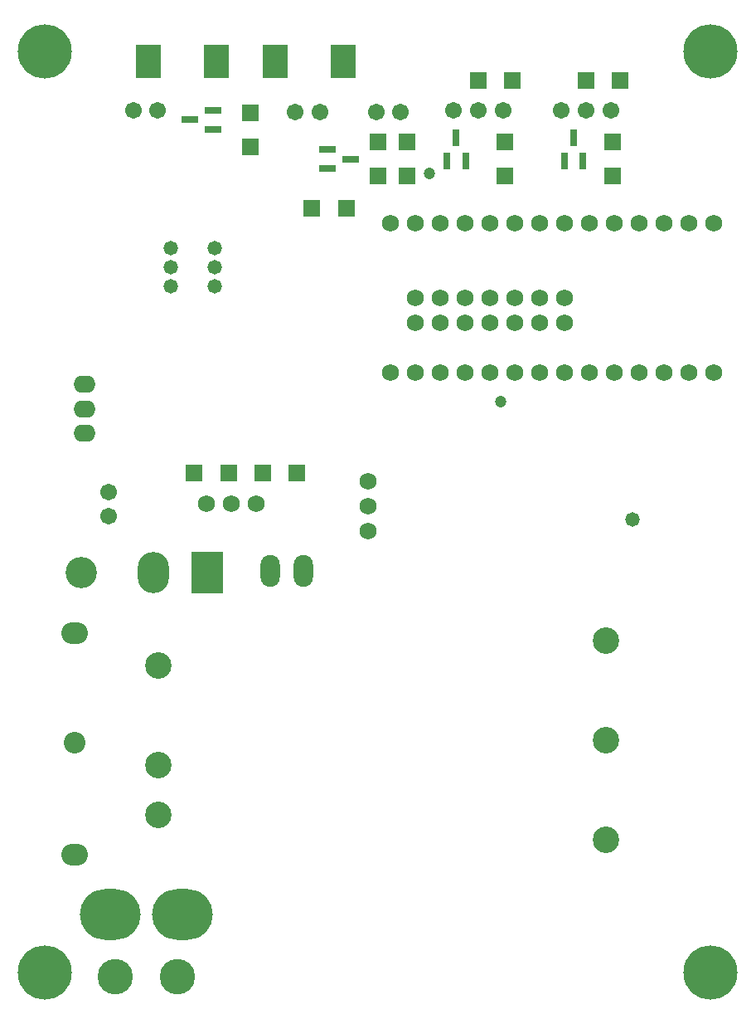
<source format=gbs>
G04 Layer_Color=16711935*
%FSLAX25Y25*%
%MOIN*%
G70*
G01*
G75*
%ADD47R,0.06706X0.06706*%
%ADD49R,0.06706X0.06706*%
%ADD51R,0.03162X0.06509*%
%ADD53C,0.21745*%
%ADD54C,0.06800*%
%ADD55O,0.24422X0.20485*%
%ADD56C,0.14186*%
%ADD57O,0.08800X0.06800*%
%ADD58C,0.06706*%
%ADD59R,0.12611X0.16548*%
%ADD60O,0.12611X0.16548*%
%ADD61C,0.12611*%
%ADD62O,0.10642X0.08674*%
%ADD63C,0.08674*%
%ADD64O,0.07800X0.12800*%
%ADD65C,0.10642*%
%ADD66C,0.05800*%
%ADD67C,0.04737*%
%ADD68R,0.06509X0.03162*%
%ADD69R,0.10249X0.13792*%
D47*
X145669Y319882D02*
D03*
Y333661D02*
D03*
X228346Y319882D02*
D03*
Y333661D02*
D03*
X185039Y319882D02*
D03*
Y333661D02*
D03*
X133858Y319882D02*
D03*
Y333661D02*
D03*
X82677Y331693D02*
D03*
Y345472D02*
D03*
D49*
X107283Y307087D02*
D03*
X121063D02*
D03*
X174213Y358268D02*
D03*
X187992D02*
D03*
X101378Y200787D02*
D03*
X87598D02*
D03*
X217520Y358268D02*
D03*
X231299D02*
D03*
X60039Y200787D02*
D03*
X73819D02*
D03*
D51*
X216339Y326083D02*
D03*
X208858D02*
D03*
X212598Y335335D02*
D03*
X169095Y326083D02*
D03*
X161614D02*
D03*
X165354Y335335D02*
D03*
D53*
X0Y0D02*
D03*
X267717D02*
D03*
Y370079D02*
D03*
X0D02*
D03*
D54*
X65000Y188189D02*
D03*
X75000D02*
D03*
X85000D02*
D03*
X129921Y197165D02*
D03*
Y187165D02*
D03*
Y177165D02*
D03*
X268976Y301024D02*
D03*
Y241024D02*
D03*
X258976D02*
D03*
X248976D02*
D03*
X198976Y271024D02*
D03*
Y261024D02*
D03*
X208976D02*
D03*
Y271024D02*
D03*
X188976Y261024D02*
D03*
X178976D02*
D03*
X168976D02*
D03*
X158976D02*
D03*
X148976D02*
D03*
Y271024D02*
D03*
X158976D02*
D03*
X168976D02*
D03*
X178976D02*
D03*
X188976D02*
D03*
X238976Y241024D02*
D03*
X228976D02*
D03*
X218976D02*
D03*
X208976D02*
D03*
X198976D02*
D03*
X188976D02*
D03*
X178976D02*
D03*
X168976D02*
D03*
X158976D02*
D03*
X148976D02*
D03*
X138976D02*
D03*
Y301024D02*
D03*
X148976D02*
D03*
X158976D02*
D03*
X168976D02*
D03*
X178976D02*
D03*
X188976D02*
D03*
X198976D02*
D03*
X208976D02*
D03*
X218976D02*
D03*
X228976D02*
D03*
X238976D02*
D03*
X248976D02*
D03*
X258976D02*
D03*
D55*
X55158Y23189D02*
D03*
X26221D02*
D03*
D56*
X28189Y-1811D02*
D03*
X53189D02*
D03*
D57*
X15748Y236221D02*
D03*
Y226378D02*
D03*
Y216535D02*
D03*
D58*
X25689Y193032D02*
D03*
Y183189D02*
D03*
X217520Y346457D02*
D03*
X207677D02*
D03*
X227677D02*
D03*
X174213D02*
D03*
X164370D02*
D03*
X184370D02*
D03*
X133189Y345689D02*
D03*
X143032D02*
D03*
X35433Y346457D02*
D03*
X45276D02*
D03*
X100689Y345689D02*
D03*
X110531D02*
D03*
D59*
X65067Y160689D02*
D03*
D60*
X43413D02*
D03*
D61*
X14673D02*
D03*
D62*
X11811Y136221D02*
D03*
Y47244D02*
D03*
D63*
Y92244D02*
D03*
D64*
X90551Y161417D02*
D03*
X103937D02*
D03*
D65*
X45689Y63189D02*
D03*
Y83189D02*
D03*
Y123189D02*
D03*
X225689Y53189D02*
D03*
Y93189D02*
D03*
Y133189D02*
D03*
D66*
X236221Y182087D02*
D03*
X68189Y291063D02*
D03*
X50689D02*
D03*
Y275689D02*
D03*
X68189D02*
D03*
X50689Y283189D02*
D03*
X68189D02*
D03*
D67*
X154528Y320866D02*
D03*
X183071Y229331D02*
D03*
D68*
X113484Y323031D02*
D03*
Y330512D02*
D03*
X122736Y326772D02*
D03*
X67618Y346260D02*
D03*
Y338779D02*
D03*
X58366Y342520D02*
D03*
D69*
X119980Y366142D02*
D03*
X92618D02*
D03*
X68799D02*
D03*
X41437D02*
D03*
M02*

</source>
